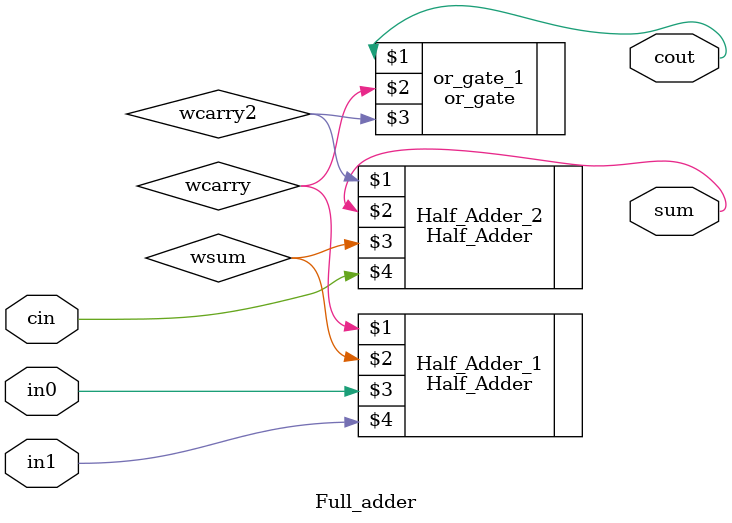
<source format=v>
module Full_adder(
  cout,sum,in0,in1,cin
);
    input in0,in1,cin;
    output cout,sum;
    wire wsum,wcarry,wcarry2;
    Half_Adder Half_Adder_1(wcarry,wsum,in0,in1);
    Half_Adder Half_Adder_2(wcarry2,sum,wsum,cin);
    or_gate or_gate_1(cout,wcarry,wcarry2);    
endmodule // Full_adde
</source>
